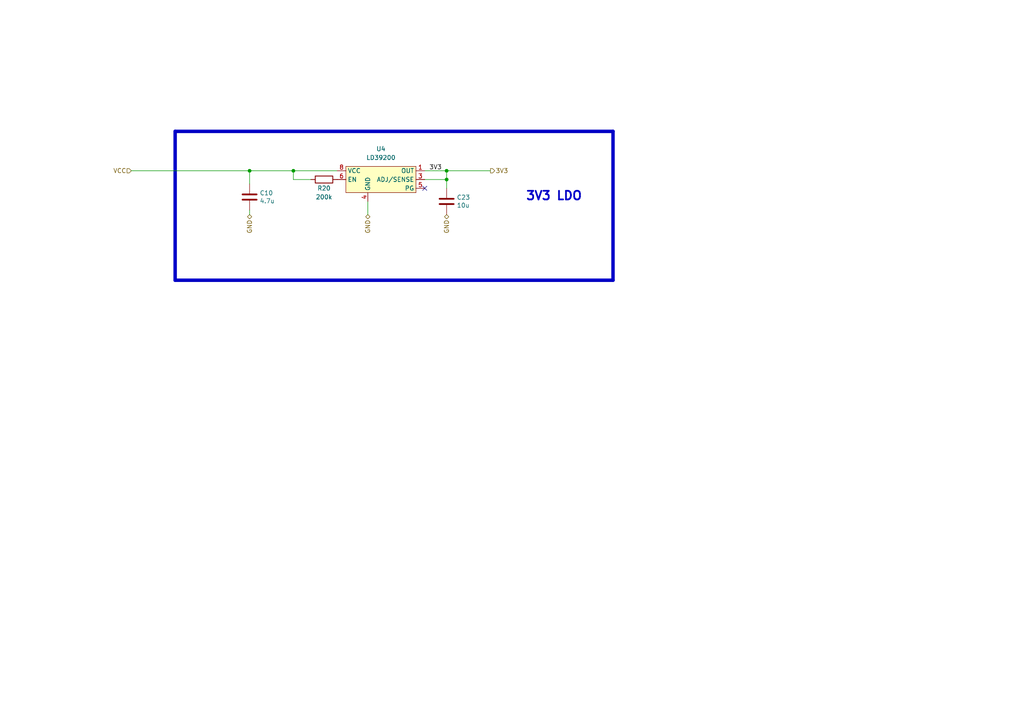
<source format=kicad_sch>
(kicad_sch (version 20230121) (generator eeschema)
  (paper "A4")
  (lib_symbols
    (symbol "Device:C" (pin_numbers hide) (pin_names (offset 0.254))
      (property "Reference" "C" (at 0.635 2.54 0))
      (property "Value" "C" (at 0.635 -2.54 0))
      (symbol "C_0_1"
        (polyline (pts (xy -2.032 -0.762) (xy 2.032 -0.762)) (stroke (width 0.508)))
        (polyline (pts (xy -2.032 0.762) (xy 2.032 0.762)) (stroke (width 0.508)))
      )
      (symbol "C_1_1"
        (pin passive line (at 0 3.81 270) (length 2.794) (name "~") (number "1"))
        (pin passive line (at 0 -3.81 90) (length 2.794) (name "~") (number "2"))
      )
    )
    (symbol "Device:R" (pin_numbers hide) (pin_names (offset 0))
      (property "Reference" "R" (at 2.032 0 90))
      (property "Value" "R" (at 0 0 90))
      (symbol "R_0_1"
        (rectangle (start -1.016 -2.54) (end 1.016 2.54) (stroke (width 0.254)))
      )
      (symbol "R_1_1"
        (pin passive line (at 0 3.81 270) (length 1.27) (name "~") (number "1"))
        (pin passive line (at 0 -3.81 90) (length 1.27) (name "~") (number "2"))
      )
    )
    (symbol "RKL-LDO:LD39200"
      (property "Reference" "U" (at 0 5.08 0))
      (property "Value" "LD39200" (at 0 3.175 0))
      (symbol "LD39200_0_1"
        (rectangle (start -10.16 1.27) (end 10.16 -6.35) (fill (type background)))
      )
      (symbol "LD39200_1_1"
        (pin power_out line (at 12.7 0 180) (length 2.54) (name "OUT") (number "1"))
        (pin power_out line (at 12.7 0 180) (length 2.54) hide (name "OUT") (number "2"))
        (pin input line (at 12.7 -2.54 180) (length 2.54) (name "ADJ/SENSE") (number "3"))
        (pin power_in line (at -3.81 -8.89 90) (length 2.54) (name "GND") (number "4"))
        (pin output line (at 12.7 -5.08 180) (length 2.54) (name "PG") (number "5"))
        (pin input line (at -12.7 -2.54 0) (length 2.54) (name "EN") (number "6"))
        (pin power_in line (at -12.7 0 0) (length 2.54) hide (name "VCC") (number "7"))
        (pin power_in line (at -12.7 0 0) (length 2.54) (name "VCC") (number "8"))
        (pin power_in line (at -3.81 -8.89 90) (length 2.54) hide (name "GND") (number "9"))
      )
    )
  )
  (junction (at 129.54 52.07))
  (junction (at 72.39 49.53))
  (junction (at 85.09 49.53))
  (junction (at 129.54 49.53))
  (no_connect (at 123.19 54.61))
  (wire (pts (xy 129.54 54.61) (xy 129.54 52.07)))
  (wire (pts (xy 85.09 49.53) (xy 97.79 49.53)))
  (wire (pts (xy 123.19 52.07) (xy 129.54 52.07)))
  (wire (pts (xy 72.39 53.34) (xy 72.39 49.53)))
  (polyline (pts (xy 50.8 38.1) (xy 50.8 81.28)) (stroke (width 1)))
  (wire (pts (xy 72.39 62.23) (xy 72.39 60.96)))
  (wire (pts (xy 123.19 49.53) (xy 129.54 49.53)))
  (wire (pts (xy 129.54 52.07) (xy 129.54 49.53)))
  (wire (pts (xy 90.17 52.07) (xy 85.09 52.07)))
  (wire (pts (xy 106.68 58.42) (xy 106.68 62.23)))
  (wire (pts (xy 38.1 49.53) (xy 72.39 49.53)))
  (wire (pts (xy 129.54 49.53) (xy 142.24 49.53)))
  (wire (pts (xy 72.39 49.53) (xy 85.09 49.53)))
  (polyline (pts (xy 177.8 81.28) (xy 177.8 38.1)) (stroke (width 1)))
  (wire (pts (xy 85.09 52.07) (xy 85.09 49.53)))
  (polyline (pts (xy 177.8 38.1) (xy 50.8 38.1)) (stroke (width 1)))
  (polyline (pts (xy 50.8 81.28) (xy 177.8 81.28)) (stroke (width 1)))
  (text "3V3 LDO" (at 152.4 58.42 0) (effects (font (size 2.5 2.5) bold) (justify left bottom)))
  (label "3V3" (at 124.46 49.53 0))
  (hierarchical_label "GND" (shape bidirectional) (at 129.54 62.23 270))
  (hierarchical_label "3V3" (shape output) (at 142.24 49.53 0))
  (hierarchical_label "GND" (shape bidirectional) (at 106.68 62.23 270))
  (hierarchical_label "GND" (shape bidirectional) (at 72.39 62.23 270))
  (hierarchical_label "VCC" (shape input) (at 38.1 49.53 180))
  (symbol (lib_id "Device:C") (at 72.39 57.15 0) (unit 1)
    (property "Reference" "C10" (at 75.311 55.9816 0) (effects (justify left)))
    (property "Value" "4.7u" (at 75.311 58.293 0) (effects (justify left)))
    (property "Footprint" "Capacitor_SMD:C_0603_1608Metric" (effects hide))
    (property "LCSC" "C19666" (effects hide))
    (property "Basic/Extended" "B" (effects hide))
    (property "info" "16V, X5R" (effects hide))
    (instances (project "Watch" (path "" (reference "C10") (unit 1))) (project "ZakladniElektronika" (path "" (reference "C150") (unit 1))) (project "RB3203" (path "" (reference "U?") (unit 1))))
  )
  (symbol (lib_id "RKL-LDO:LD39200") (at 110.49 49.53 0) (unit 1)
    (property "Reference" "U4" (at 110.49 43.18 0))
    (property "Value" "LD39200" (at 110.49 45.72 0))
    (property "Footprint" "Package_DFN_QFN:DFN-8-1EP_4x4mm_P0.8mm_EP2.3x3.24mm" (effects hide))
    (property "Datasheet" "https://datasheet.lcsc.com/lcsc/2010270935_STMicroelectronics-LD39200DPUR_C880590.pdf" (effects hide))
    (property "LCSC" "C880590" (effects hide))
    (property "Basic/Extended" "E" (effects hide))
    (property "JLCPCB_CORRECTION" "0;0;-90" (effects hide))
    (instances (project "Watch" (path "" (reference "U4") (unit 1))) (project "ZakladniElektronika" (path "" (reference "U12") (unit 1))))
  )
  (symbol (lib_id "Device:C") (at 129.54 58.42 0) (unit 1)
    (property "Reference" "C23" (at 132.461 57.2516 0) (effects (justify left)))
    (property "Value" "10u" (at 132.461 59.563 0) (effects (justify left)))
    (property "Footprint" "Capacitor_SMD:C_0603_1608Metric" (effects hide))
    (property "LCSC" "C96446" (effects hide))
    (property "Basic/Extended" "B" (effects hide))
    (property "info" "25V, X5R" (effects hide))
    (instances (project "Watch" (path "" (reference "C23") (unit 1))) (project "ZakladniElektronika" (path "" (reference "C155") (unit 1))) (project "RB3203" (path "" (reference "U?") (unit 1))))
  )
  (symbol (lib_id "Device:R") (at 93.98 52.07 90) (unit 1)
    (property "Reference" "R20" (at 93.98 54.61 90))
    (property "Value" "200k" (at 93.98 57.15 90))
    (property "Footprint" "Resistor_SMD:R_0402_1005Metric" (effects hide))
    (property "LCSC" "C25764" (effects hide))
    (property "Basic/Extended" "B" (effects hide))
    (instances (project "Watch" (path "" (reference "R20") (unit 1))) (project "ZakladniElektronika" (path "" (reference "R50") (unit 1))) (project "RB3203" (path "" (reference "U?") (unit 1))))
  )
)
</source>
